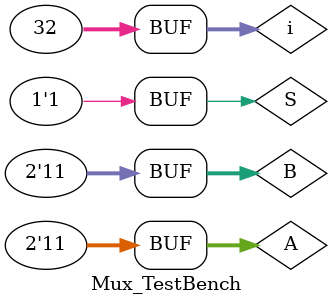
<source format=v>
`timescale 1ns / 1ps

/* ***********************************************************************************
*	Module name: Mux_TestBench.v
*	Description: HDL project that implements a 2-bit 2x1 MUX using a behavioural 
*					 approach instead of a structural approach (like in previous lab).
*
*	Author				Date						Revision		Comments	
***************************************************************
*	Leonardo Fusser	13 September 2021		v1.0.0		Created Mux_TestBench.v file.
*																		Added stimuli to test all output
*																		possibilities for 2-bit 2x1 MUX.
*
**************************************************************************************/


	//[2-bit 2x1 MUX module]
	module Mux_TestBench;
		reg [1:0] A;		//2-bit input.
		reg [1:0] B;		//" ".
		reg S;				//1-bit input.
		wire [1:0] Y;		//2-bit output.

	//[Instantiate the Unit Under Test (UUT)]
	Mux_IMPROVED uut (
		.A(A), 
		.B(B), 
		.S(S), 
		.Y(Y)
	);

	integer i;	//Loop variable.

	//[Simualtion initialization]
	initial begin
		A = 0;	//Initialize to 0.
		B = 0;	//" ".
		S = 0;	//" ".

		#10;		//Wait 10 ns for global reset to finish.
		
		for(i=0; i<32; i=i+1)
			begin
				{S,A,B} = i;	//Contactenation.
				#10;				//Wait 10 ns for global reset to finish.	
			end

	end
      
endmodule

</source>
